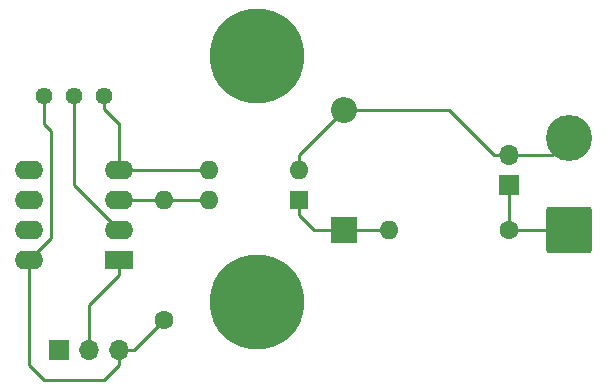
<source format=gbl>
%TF.GenerationSoftware,KiCad,Pcbnew,(6.0.4)*%
%TF.CreationDate,2022-03-26T00:49:46+01:00*%
%TF.ProjectId,TICtoUART,54494374-6f55-4415-9254-2e6b69636164,rev?*%
%TF.SameCoordinates,Original*%
%TF.FileFunction,Copper,L2,Bot*%
%TF.FilePolarity,Positive*%
%FSLAX46Y46*%
G04 Gerber Fmt 4.6, Leading zero omitted, Abs format (unit mm)*
G04 Created by KiCad (PCBNEW (6.0.4)) date 2022-03-26 00:49:46*
%MOMM*%
%LPD*%
G01*
G04 APERTURE LIST*
G04 Aperture macros list*
%AMRoundRect*
0 Rectangle with rounded corners*
0 $1 Rounding radius*
0 $2 $3 $4 $5 $6 $7 $8 $9 X,Y pos of 4 corners*
0 Add a 4 corners polygon primitive as box body*
4,1,4,$2,$3,$4,$5,$6,$7,$8,$9,$2,$3,0*
0 Add four circle primitives for the rounded corners*
1,1,$1+$1,$2,$3*
1,1,$1+$1,$4,$5*
1,1,$1+$1,$6,$7*
1,1,$1+$1,$8,$9*
0 Add four rect primitives between the rounded corners*
20,1,$1+$1,$2,$3,$4,$5,0*
20,1,$1+$1,$4,$5,$6,$7,0*
20,1,$1+$1,$6,$7,$8,$9,0*
20,1,$1+$1,$8,$9,$2,$3,0*%
G04 Aperture macros list end*
%TA.AperFunction,ComponentPad*%
%ADD10RoundRect,0.250002X1.699998X-1.699998X1.699998X1.699998X-1.699998X1.699998X-1.699998X-1.699998X0*%
%TD*%
%TA.AperFunction,ComponentPad*%
%ADD11C,3.900000*%
%TD*%
%TA.AperFunction,ComponentPad*%
%ADD12C,1.440000*%
%TD*%
%TA.AperFunction,ComponentPad*%
%ADD13C,1.600000*%
%TD*%
%TA.AperFunction,ComponentPad*%
%ADD14O,1.600000X1.600000*%
%TD*%
%TA.AperFunction,ConnectorPad*%
%ADD15C,8.000000*%
%TD*%
%TA.AperFunction,ComponentPad*%
%ADD16C,4.400000*%
%TD*%
%TA.AperFunction,ComponentPad*%
%ADD17O,2.400000X1.600000*%
%TD*%
%TA.AperFunction,ComponentPad*%
%ADD18R,2.400000X1.600000*%
%TD*%
%TA.AperFunction,ComponentPad*%
%ADD19O,1.700000X1.700000*%
%TD*%
%TA.AperFunction,ComponentPad*%
%ADD20R,1.700000X1.700000*%
%TD*%
%TA.AperFunction,ComponentPad*%
%ADD21R,1.600000X1.600000*%
%TD*%
%TA.AperFunction,ComponentPad*%
%ADD22R,2.200000X2.200000*%
%TD*%
%TA.AperFunction,ComponentPad*%
%ADD23O,2.200000X2.200000*%
%TD*%
%TA.AperFunction,Conductor*%
%ADD24C,0.250000*%
%TD*%
G04 APERTURE END LIST*
D10*
%TO.P,J3,1,Pin_1*%
%TO.N,Net-(R1-Pad1)*%
X147320000Y-96520000D03*
D11*
%TO.P,J3,2,Pin_2*%
%TO.N,Net-(D1-Pad2)*%
X147320000Y-88720000D03*
%TD*%
D12*
%TO.P,RV1,1,1*%
%TO.N,+5V*%
X102885000Y-85165000D03*
%TO.P,RV1,2,2*%
%TO.N,Net-(RV1-Pad2)*%
X105425000Y-85165000D03*
%TO.P,RV1,3,3*%
%TO.N,GND*%
X107965000Y-85165000D03*
%TD*%
D13*
%TO.P,R2,1*%
%TO.N,+5V*%
X113030000Y-104140000D03*
D14*
%TO.P,R2,2*%
%TO.N,Net-(R2-Pad2)*%
X113030000Y-93980000D03*
%TD*%
D13*
%TO.P,R1,1*%
%TO.N,Net-(R1-Pad1)*%
X142240000Y-96520000D03*
D14*
%TO.P,R1,2*%
%TO.N,Net-(D1-Pad1)*%
X132080000Y-96520000D03*
%TD*%
D15*
%TO.P,REF\u002A\u002A,1*%
%TO.N,N/C*%
X120904000Y-81788000D03*
D16*
X120904000Y-81788000D03*
%TD*%
D15*
%TO.P,REF\u002A\u002A,1*%
%TO.N,N/C*%
X120904000Y-102616000D03*
D16*
X120904000Y-102616000D03*
%TD*%
D17*
%TO.P,U2,8,V+*%
%TO.N,+5V*%
X101590000Y-99050000D03*
%TO.P,U2,7*%
%TO.N,N/C*%
X101590000Y-96510000D03*
%TO.P,U2,6*%
X101590000Y-93970000D03*
%TO.P,U2,5*%
X101590000Y-91430000D03*
%TO.P,U2,4,V-*%
%TO.N,GND*%
X109210000Y-91430000D03*
%TO.P,U2,3,+*%
%TO.N,Net-(R2-Pad2)*%
X109210000Y-93970000D03*
%TO.P,U2,2,-*%
%TO.N,Net-(RV1-Pad2)*%
X109210000Y-96510000D03*
D18*
%TO.P,U2,1*%
%TO.N,Net-(U2-Pad1)*%
X109210000Y-99050000D03*
%TD*%
D19*
%TO.P,J2,3,Pin_3*%
%TO.N,+5V*%
X109235000Y-106680000D03*
%TO.P,J2,2,Pin_2*%
%TO.N,Net-(U2-Pad1)*%
X106695000Y-106680000D03*
D20*
%TO.P,J2,1,Pin_1*%
%TO.N,GND*%
X104155000Y-106680000D03*
%TD*%
%TO.P,J1,1,Pin_1*%
%TO.N,Net-(R1-Pad1)*%
X142240000Y-92710000D03*
D19*
%TO.P,J1,2,Pin_2*%
%TO.N,Net-(D1-Pad2)*%
X142240000Y-90170000D03*
%TD*%
D21*
%TO.P,U1,1*%
%TO.N,Net-(D1-Pad1)*%
X124460000Y-93980000D03*
D14*
%TO.P,U1,2*%
%TO.N,Net-(D1-Pad2)*%
X124460000Y-91440000D03*
%TO.P,U1,3*%
%TO.N,GND*%
X116840000Y-91440000D03*
%TO.P,U1,4*%
%TO.N,Net-(R2-Pad2)*%
X116840000Y-93980000D03*
%TD*%
D22*
%TO.P,D1,1,K*%
%TO.N,Net-(D1-Pad1)*%
X128270000Y-96520000D03*
D23*
%TO.P,D1,2,A*%
%TO.N,Net-(D1-Pad2)*%
X128270000Y-86360000D03*
%TD*%
D24*
%TO.N,Net-(R1-Pad1)*%
X142240000Y-96520000D02*
X147320000Y-96520000D01*
%TO.N,Net-(D1-Pad2)*%
X145870000Y-90170000D02*
X147320000Y-88720000D01*
X142240000Y-90170000D02*
X145870000Y-90170000D01*
%TO.N,Net-(D1-Pad1)*%
X124460000Y-95250000D02*
X124460000Y-93980000D01*
X125730000Y-96520000D02*
X124460000Y-95250000D01*
X128270000Y-96520000D02*
X125730000Y-96520000D01*
X132080000Y-96520000D02*
X128270000Y-96520000D01*
%TO.N,GND*%
X109210000Y-91430000D02*
X116830000Y-91430000D01*
X116830000Y-91430000D02*
X116840000Y-91440000D01*
X109166581Y-87429419D02*
X109210000Y-87472838D01*
X109210000Y-91430000D02*
X109210000Y-87472838D01*
X109166581Y-87429419D02*
X107965000Y-86227837D01*
X107965000Y-86227837D02*
X107965000Y-85165000D01*
%TO.N,+5V*%
X102885000Y-87500000D02*
X102885000Y-85165000D01*
X103489520Y-88104520D02*
X102885000Y-87500000D01*
%TO.N,Net-(RV1-Pad2)*%
X105425000Y-92725000D02*
X105425000Y-85165000D01*
X109210000Y-96510000D02*
X105425000Y-92725000D01*
%TO.N,Net-(U2-Pad1)*%
X106680000Y-102870000D02*
X109210000Y-100340000D01*
X106695000Y-102885000D02*
X106680000Y-102870000D01*
X106695000Y-106680000D02*
X106695000Y-102885000D01*
X109210000Y-100340000D02*
X109210000Y-99050000D01*
%TO.N,Net-(D1-Pad2)*%
X128270000Y-86360000D02*
X124460000Y-90170000D01*
X124460000Y-90170000D02*
X124460000Y-91440000D01*
X140970000Y-90170000D02*
X137160000Y-86360000D01*
X128270000Y-86360000D02*
X137160000Y-86360000D01*
X142240000Y-90170000D02*
X140970000Y-90170000D01*
%TO.N,Net-(R1-Pad1)*%
X142240000Y-92710000D02*
X142240000Y-96520000D01*
%TO.N,+5V*%
X110490000Y-106680000D02*
X113030000Y-104140000D01*
X109235000Y-106680000D02*
X110490000Y-106680000D01*
X107950000Y-109220000D02*
X102870000Y-109220000D01*
X102870000Y-109220000D02*
X101590000Y-107940000D01*
X101590000Y-107940000D02*
X101590000Y-99050000D01*
X109235000Y-107935000D02*
X107950000Y-109220000D01*
X109235000Y-106680000D02*
X109235000Y-107935000D01*
X101590000Y-99050000D02*
X103489520Y-97150480D01*
X103489520Y-97150480D02*
X103489520Y-88104520D01*
%TO.N,Net-(R2-Pad2)*%
X109220000Y-93980000D02*
X109210000Y-93970000D01*
X109220000Y-93980000D02*
X116840000Y-93980000D01*
%TD*%
M02*

</source>
